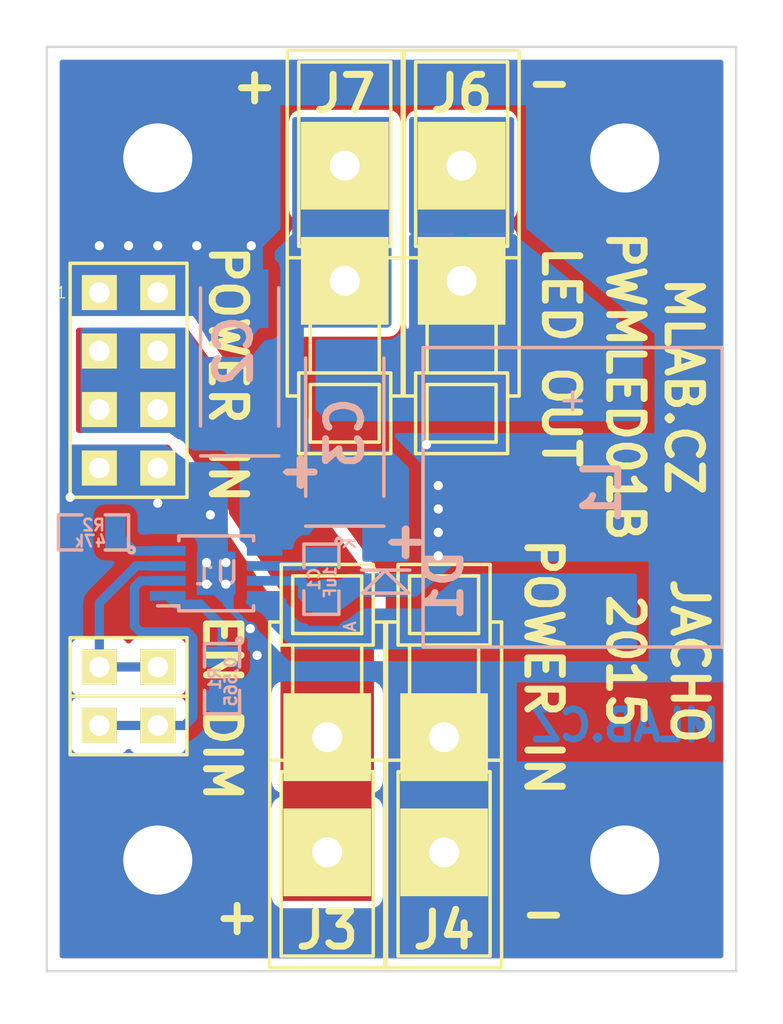
<source format=kicad_pcb>
(kicad_pcb (version 4) (host pcbnew "(2015-05-13 BZR 5653)-product")

  (general
    (links 41)
    (no_connects 0)
    (area 122.316429 64.77 156.718001 109.220001)
    (thickness 1.6)
    (drawings 18)
    (tracks 92)
    (zones 0)
    (modules 19)
    (nets 10)
  )

  (page A4)
  (layers
    (0 F.Cu signal)
    (31 B.Cu signal)
    (32 B.Adhes user)
    (33 F.Adhes user)
    (34 B.Paste user)
    (35 F.Paste user)
    (36 B.SilkS user)
    (37 F.SilkS user)
    (38 B.Mask user)
    (39 F.Mask user)
    (40 Dwgs.User user)
    (41 Cmts.User user)
    (42 Eco1.User user)
    (43 Eco2.User user)
    (44 Edge.Cuts user)
    (45 Margin user)
    (46 B.CrtYd user)
    (47 F.CrtYd user)
    (48 B.Fab user)
    (49 F.Fab user)
  )

  (setup
    (last_trace_width 0.25)
    (user_trace_width 0.2)
    (user_trace_width 0.3)
    (user_trace_width 0.4)
    (user_trace_width 0.5)
    (user_trace_width 0.6)
    (trace_clearance 0.2)
    (zone_clearance 0.508)
    (zone_45_only yes)
    (trace_min 0.2)
    (segment_width 0.2)
    (edge_width 0.1)
    (via_size 0.6)
    (via_drill 0.4)
    (via_min_size 0.4)
    (via_min_drill 0.3)
    (uvia_size 0.3)
    (uvia_drill 0.1)
    (uvias_allowed no)
    (uvia_min_size 0.2)
    (uvia_min_drill 0.1)
    (pcb_text_width 0.3)
    (pcb_text_size 1.5 1.5)
    (mod_edge_width 0.15)
    (mod_text_size 1 1)
    (mod_text_width 0.15)
    (pad_size 1.5 1.5)
    (pad_drill 0.6)
    (pad_to_mask_clearance 0)
    (aux_axis_origin 0 0)
    (visible_elements 7FFFFF7F)
    (pcbplotparams
      (layerselection 0x010e0_80000001)
      (usegerberextensions false)
      (excludeedgelayer true)
      (linewidth 0.300000)
      (plotframeref false)
      (viasonmask false)
      (mode 1)
      (useauxorigin false)
      (hpglpennumber 1)
      (hpglpenspeed 20)
      (hpglpendiameter 15)
      (hpglpenoverlay 2)
      (psnegative false)
      (psa4output false)
      (plotreference true)
      (plotvalue true)
      (plotinvisibletext false)
      (padsonsilk false)
      (subtractmaskfromsilk false)
      (outputformat 1)
      (mirror false)
      (drillshape 0)
      (scaleselection 1)
      (outputdirectory ../CAM_PROFI/))
  )

  (net 0 "")
  (net 1 "Net-(C1-Pad1)")
  (net 2 GND)
  (net 3 /+LED)
  (net 4 /-LED)
  (net 5 /DIM)
  (net 6 /EN)
  (net 7 "Net-(R1-Pad1)")
  (net 8 "Net-(R2-Pad1)")
  (net 9 "Net-(D1-Pad1)")

  (net_class Default "Toto je výchozí třída sítě."
    (clearance 0.2)
    (trace_width 0.25)
    (via_dia 0.6)
    (via_drill 0.4)
    (uvia_dia 0.3)
    (uvia_drill 0.1)
    (add_net /+LED)
    (add_net /-LED)
    (add_net /DIM)
    (add_net /EN)
    (add_net GND)
    (add_net "Net-(C1-Pad1)")
    (add_net "Net-(D1-Pad1)")
    (add_net "Net-(R1-Pad1)")
    (add_net "Net-(R2-Pad1)")
  )

  (module Mlab_R:SMD-0805 (layer B.Cu) (tedit 54799E0C) (tstamp 564C38EE)
    (at 136.652 89.916 270)
    (path /564C23E1)
    (attr smd)
    (fp_text reference C1 (at 0 0.3175 270) (layer B.SilkS)
      (effects (font (size 0.50038 0.50038) (thickness 0.10922)) (justify mirror))
    )
    (fp_text value 1uF (at 0.127 -0.381 270) (layer B.SilkS)
      (effects (font (size 0.50038 0.50038) (thickness 0.10922)) (justify mirror))
    )
    (fp_circle (center -1.651 -0.762) (end -1.651 -0.635) (layer B.SilkS) (width 0.15))
    (fp_line (start -0.508 -0.762) (end -1.524 -0.762) (layer B.SilkS) (width 0.15))
    (fp_line (start -1.524 -0.762) (end -1.524 0.762) (layer B.SilkS) (width 0.15))
    (fp_line (start -1.524 0.762) (end -0.508 0.762) (layer B.SilkS) (width 0.15))
    (fp_line (start 0.508 0.762) (end 1.524 0.762) (layer B.SilkS) (width 0.15))
    (fp_line (start 1.524 0.762) (end 1.524 -0.762) (layer B.SilkS) (width 0.15))
    (fp_line (start 1.524 -0.762) (end 0.508 -0.762) (layer B.SilkS) (width 0.15))
    (pad 1 smd rect (at -0.9525 0 270) (size 0.889 1.397) (layers B.Cu B.Paste B.Mask)
      (net 1 "Net-(C1-Pad1)"))
    (pad 2 smd rect (at 0.9525 0 270) (size 0.889 1.397) (layers B.Cu B.Paste B.Mask)
      (net 2 GND))
    (model MLAB_3D/Resistors/chip_cms.wrl
      (at (xyz 0 0 0))
      (scale (xyz 0.1 0.1 0.1))
      (rotate (xyz 0 0 0))
    )
  )

  (module Mlab_C:TantalC_SizeC_Reflow (layer B.Cu) (tedit 564C626B) (tstamp 564C38F4)
    (at 133.096 80.264 90)
    (descr "Tantal Cap. , Size C, EIA-6032, Reflow,")
    (tags "Tantal Cap. , Size C, EIA-6032, Reflow,")
    (path /564C5CF3)
    (attr smd)
    (fp_text reference C2 (at 0.254 -0.254 90) (layer B.SilkS)
      (effects (font (thickness 0.3048)) (justify mirror))
    )
    (fp_text value 4,7uF (at -0.09906 -3.59918 90) (layer B.SilkS) hide
      (effects (font (thickness 0.3048)) (justify mirror))
    )
    (fp_line (start -4.30022 1.69926) (end -4.30022 -1.69926) (layer B.SilkS) (width 0.15))
    (fp_line (start 2.99974 -1.69926) (end -2.99974 -1.69926) (layer B.SilkS) (width 0.15))
    (fp_line (start 2.99974 1.69926) (end -2.99974 1.69926) (layer B.SilkS) (width 0.15))
    (fp_text user + (at -4.99872 2.55016 90) (layer B.SilkS)
      (effects (font (thickness 0.3048)) (justify mirror))
    )
    (fp_line (start -5.00126 3.05308) (end -5.00126 1.95326) (layer B.SilkS) (width 0.15))
    (fp_line (start -5.6007 2.5527) (end -4.40182 2.5527) (layer B.SilkS) (width 0.15))
    (pad 2 smd rect (at 2.52476 0 90) (size 2.55016 2.49936) (layers B.Cu B.Paste B.Mask)
      (net 2 GND))
    (pad 1 smd rect (at -2.52476 0 90) (size 2.55016 2.49936) (layers B.Cu B.Paste B.Mask)
      (net 3 /+LED))
    (model MLAB_3D/Capacitors/c_tant_C.wrl
      (at (xyz 0 0 0))
      (scale (xyz 1 1 1))
      (rotate (xyz 0 0 180))
    )
  )

  (module Mlab_C:TantalC_SizeC_Reflow (layer B.Cu) (tedit 564C6262) (tstamp 564C38FA)
    (at 137.668 83.312 90)
    (descr "Tantal Cap. , Size C, EIA-6032, Reflow,")
    (tags "Tantal Cap. , Size C, EIA-6032, Reflow,")
    (path /564C245B)
    (attr smd)
    (fp_text reference C3 (at -0.254 0 90) (layer B.SilkS)
      (effects (font (thickness 0.3048)) (justify mirror))
    )
    (fp_text value 4,7uF (at -0.09906 -3.59918 90) (layer B.SilkS) hide
      (effects (font (thickness 0.3048)) (justify mirror))
    )
    (fp_line (start -4.30022 1.69926) (end -4.30022 -1.69926) (layer B.SilkS) (width 0.15))
    (fp_line (start 2.99974 -1.69926) (end -2.99974 -1.69926) (layer B.SilkS) (width 0.15))
    (fp_line (start 2.99974 1.69926) (end -2.99974 1.69926) (layer B.SilkS) (width 0.15))
    (fp_text user + (at -4.99872 2.55016 90) (layer B.SilkS)
      (effects (font (thickness 0.3048)) (justify mirror))
    )
    (fp_line (start -5.00126 3.05308) (end -5.00126 1.95326) (layer B.SilkS) (width 0.15))
    (fp_line (start -5.6007 2.5527) (end -4.40182 2.5527) (layer B.SilkS) (width 0.15))
    (pad 2 smd rect (at 2.52476 0 90) (size 2.55016 2.49936) (layers B.Cu B.Paste B.Mask)
      (net 4 /-LED))
    (pad 1 smd rect (at -2.52476 0 90) (size 2.55016 2.49936) (layers B.Cu B.Paste B.Mask)
      (net 3 /+LED))
    (model MLAB_3D/Capacitors/c_tant_C.wrl
      (at (xyz 0 0 0))
      (scale (xyz 1 1 1))
      (rotate (xyz 0 0 180))
    )
  )

  (module Mlab_D:Diode-MiniMELF_Standard (layer B.Cu) (tedit 547999ED) (tstamp 564C3900)
    (at 139.446 90.17 90)
    (descr "Diode Mini-MELF Standard")
    (tags "Diode Mini-MELF Standard")
    (path /565F4596)
    (attr smd)
    (fp_text reference D1 (at 0 2.54 90) (layer B.SilkS)
      (effects (font (thickness 0.3048)) (justify mirror))
    )
    (fp_text value TMMBAT48 (at 0 -3.81 90) (layer B.SilkS) hide
      (effects (font (thickness 0.3048)) (justify mirror))
    )
    (fp_line (start 0.65024 -0.0508) (end -0.35052 1.00076) (layer B.SilkS) (width 0.15))
    (fp_line (start -0.35052 1.00076) (end -0.35052 -1.00076) (layer B.SilkS) (width 0.15))
    (fp_line (start -0.35052 -1.00076) (end 0.65024 0) (layer B.SilkS) (width 0.15))
    (fp_line (start 0.65024 1.04902) (end 0.65024 -1.04902) (layer B.SilkS) (width 0.15))
    (fp_text user A (at -1.80086 -1.5494 90) (layer B.SilkS)
      (effects (font (size 0.50038 0.50038) (thickness 0.09906)) (justify mirror))
    )
    (fp_text user K (at 1.80086 -1.5494 90) (layer B.SilkS)
      (effects (font (size 0.50038 0.50038) (thickness 0.09906)) (justify mirror))
    )
    (fp_circle (center 0 0) (end 0 -0.55118) (layer B.Adhes) (width 0.381))
    (fp_circle (center 0 0) (end 0 -0.20066) (layer B.Adhes) (width 0.381))
    (pad 1 smd rect (at -1.75006 0 90) (size 1.30048 1.69926) (layers B.Cu B.Paste B.Mask)
      (net 9 "Net-(D1-Pad1)"))
    (pad 2 smd rect (at 1.75006 0 90) (size 1.30048 1.69926) (layers B.Cu B.Paste B.Mask)
      (net 3 /+LED))
    (model MLAB_3D/Diodes/MiniMELF_DO213AA.wrl
      (at (xyz 0 0 0))
      (scale (xyz 0.3937 0.3937 0.3937))
      (rotate (xyz 0 0 0))
    )
  )

  (module Mlab_Pin_Headers:Straight_1x02 (layer F.Cu) (tedit 564C5FE2) (tstamp 564C3906)
    (at 128.27 96.266 90)
    (descr "pin header straight 1x02")
    (tags "pin header straight 1x02")
    (path /564C6381)
    (fp_text reference J1 (at 0 -3.81 90) (layer F.SilkS) hide
      (effects (font (size 1.5 1.5) (thickness 0.15)))
    )
    (fp_text value JUMP_2x1 (at 0 3.81 90) (layer F.SilkS) hide
      (effects (font (size 1.5 1.5) (thickness 0.15)))
    )
    (fp_text user 1 (at -1.651 -1.27 90) (layer F.SilkS) hide
      (effects (font (size 0.5 0.5) (thickness 0.05)))
    )
    (fp_line (start -1.27 -2.54) (end 1.27 -2.54) (layer F.SilkS) (width 0.15))
    (fp_line (start 1.27 -2.54) (end 1.27 2.54) (layer F.SilkS) (width 0.15))
    (fp_line (start 1.27 2.54) (end -1.27 2.54) (layer F.SilkS) (width 0.15))
    (fp_line (start -1.27 2.54) (end -1.27 -2.54) (layer F.SilkS) (width 0.15))
    (pad 2 thru_hole rect (at 0 1.27 90) (size 1.524 1.524) (drill 0.889) (layers *.Cu *.Mask F.SilkS)
      (net 5 /DIM))
    (pad 1 thru_hole rect (at 0 -1.27 90) (size 1.524 1.524) (drill 0.889) (layers *.Cu *.Mask F.SilkS)
      (net 5 /DIM))
    (model Pin_Headers/Pin_Header_Straight_1x02.wrl
      (at (xyz 0 0 0))
      (scale (xyz 1 1 1))
      (rotate (xyz 0 0 90))
    )
  )

  (module Mlab_Pin_Headers:Straight_1x02 (layer F.Cu) (tedit 5535DB0D) (tstamp 564C390C)
    (at 128.27 93.726 90)
    (descr "pin header straight 1x02")
    (tags "pin header straight 1x02")
    (path /564C66D6)
    (fp_text reference J2 (at 0 -3.81 90) (layer F.SilkS) hide
      (effects (font (size 1.5 1.5) (thickness 0.15)))
    )
    (fp_text value JUMP_2x1 (at 0 3.81 90) (layer F.SilkS) hide
      (effects (font (size 1.5 1.5) (thickness 0.15)))
    )
    (fp_text user 1 (at -1.651 -1.27 90) (layer F.SilkS) hide
      (effects (font (size 0.5 0.5) (thickness 0.05)))
    )
    (fp_line (start -1.27 -2.54) (end 1.27 -2.54) (layer F.SilkS) (width 0.15))
    (fp_line (start 1.27 -2.54) (end 1.27 2.54) (layer F.SilkS) (width 0.15))
    (fp_line (start 1.27 2.54) (end -1.27 2.54) (layer F.SilkS) (width 0.15))
    (fp_line (start -1.27 2.54) (end -1.27 -2.54) (layer F.SilkS) (width 0.15))
    (pad 2 thru_hole rect (at 0 1.27 90) (size 1.524 1.524) (drill 0.889) (layers *.Cu *.Mask F.SilkS)
      (net 6 /EN))
    (pad 1 thru_hole rect (at 0 -1.27 90) (size 1.524 1.524) (drill 0.889) (layers *.Cu *.Mask F.SilkS)
      (net 6 /EN))
    (model Pin_Headers/Pin_Header_Straight_1x02.wrl
      (at (xyz 0 0 0))
      (scale (xyz 1 1 1))
      (rotate (xyz 0 0 90))
    )
  )

  (module Mlab_Con:WAGO256 (layer F.Cu) (tedit 564C6033) (tstamp 564C3912)
    (at 136.906 99.314 90)
    (descr "WAGO-Series 236, 2Stift, 1pol, RM 5mm,")
    (tags "WAGO-Series 236, 2Stift, 1pol, RM 5mm, Anreibare Leiterplattenklemme")
    (path /564C46DC)
    (fp_text reference J3 (at -5.842 0 360) (layer F.SilkS)
      (effects (font (thickness 0.3048)))
    )
    (fp_text value WAGO256 (at 0.254 4.064 90) (layer F.SilkS) hide
      (effects (font (thickness 0.3048)))
    )
    (fp_line (start 7.54 2.5) (end 7.54 2) (layer F.SilkS) (width 0.15))
    (fp_line (start 7.54 -2) (end 7.54 -2.5) (layer F.SilkS) (width 0.15))
    (fp_line (start 1.54 2.5001) (end 1.54 -2.5001) (layer F.SilkS) (width 0.15))
    (fp_line (start -7.46 2.5001) (end -7.46 -2.5001) (layer F.SilkS) (width 0.15))
    (fp_line (start 9.54 1.501) (end 9.54 -1.501) (layer F.SilkS) (width 0.15))
    (fp_line (start 7.0401 1.501) (end 7.0401 -1.501) (layer F.SilkS) (width 0.15))
    (fp_line (start 10.0401 -2) (end 10.0401 2) (layer F.SilkS) (width 0.15))
    (fp_line (start 6.54 -2) (end 6.54 2) (layer F.SilkS) (width 0.15))
    (fp_line (start 3.54 1.5001) (end 3.54 -1.5001) (layer F.SilkS) (width 0.15))
    (fp_line (start 1.0399 -2) (end 1.0399 2) (layer F.SilkS) (width 0.15))
    (fp_line (start -6.9601 2) (end -6.9601 -2) (layer F.SilkS) (width 0.15))
    (fp_line (start 1.0399 1) (end 1.54 1) (layer F.SilkS) (width 0.15))
    (fp_line (start 7.0401 1.5) (end 9.54 1.5) (layer F.SilkS) (width 0.15))
    (fp_line (start 6.54 2) (end 10.0401 2) (layer F.SilkS) (width 0.15))
    (fp_line (start 1.0399 -1) (end 1.54 -1) (layer F.SilkS) (width 0.15))
    (fp_line (start 7.0401 -1.5) (end 9.54 -1.5) (layer F.SilkS) (width 0.15))
    (fp_line (start 6.54 -2) (end 10.041 -2) (layer F.SilkS) (width 0.15))
    (fp_line (start 3.54 1.5) (end 6.54 1.5) (layer F.SilkS) (width 0.15))
    (fp_line (start -6.9601 2) (end 1.0399 2) (layer F.SilkS) (width 0.15))
    (fp_line (start 1.54 2.5) (end 7.54 2.5) (layer F.SilkS) (width 0.15))
    (fp_line (start 3.54 -1.5) (end 6.54 -1.5) (layer F.SilkS) (width 0.15))
    (fp_line (start -6.9601 -2) (end 1.0399 -2) (layer F.SilkS) (width 0.15))
    (fp_line (start 1.54 -2.5) (end 7.54 -2.5) (layer F.SilkS) (width 0.15))
    (fp_line (start 1.54 2.5) (end -7.46 2.5) (layer F.SilkS) (width 0.15))
    (fp_line (start -7.46 -2.5) (end 1.54 -2.5) (layer F.SilkS) (width 0.15))
    (pad 1 thru_hole rect (at -2.46 0 180) (size 3.81 3.81) (drill 1.3) (layers *.Cu *.Mask F.SilkS)
      (net 3 /+LED))
    (pad 1 thru_hole rect (at 2.54 0 180) (size 3.81 3.81) (drill 1.3) (layers *.Cu *.Mask F.SilkS)
      (net 3 /+LED))
  )

  (module Mlab_Con:WAGO256 (layer F.Cu) (tedit 564C6037) (tstamp 564C3918)
    (at 141.986 99.314 90)
    (descr "WAGO-Series 236, 2Stift, 1pol, RM 5mm,")
    (tags "WAGO-Series 236, 2Stift, 1pol, RM 5mm, Anreibare Leiterplattenklemme")
    (path /564C45D7)
    (fp_text reference J4 (at -5.842 0 180) (layer F.SilkS)
      (effects (font (thickness 0.3048)))
    )
    (fp_text value WAGO256 (at 0.254 4.064 90) (layer F.SilkS) hide
      (effects (font (thickness 0.3048)))
    )
    (fp_line (start 7.54 2.5) (end 7.54 2) (layer F.SilkS) (width 0.15))
    (fp_line (start 7.54 -2) (end 7.54 -2.5) (layer F.SilkS) (width 0.15))
    (fp_line (start 1.54 2.5001) (end 1.54 -2.5001) (layer F.SilkS) (width 0.15))
    (fp_line (start -7.46 2.5001) (end -7.46 -2.5001) (layer F.SilkS) (width 0.15))
    (fp_line (start 9.54 1.501) (end 9.54 -1.501) (layer F.SilkS) (width 0.15))
    (fp_line (start 7.0401 1.501) (end 7.0401 -1.501) (layer F.SilkS) (width 0.15))
    (fp_line (start 10.0401 -2) (end 10.0401 2) (layer F.SilkS) (width 0.15))
    (fp_line (start 6.54 -2) (end 6.54 2) (layer F.SilkS) (width 0.15))
    (fp_line (start 3.54 1.5001) (end 3.54 -1.5001) (layer F.SilkS) (width 0.15))
    (fp_line (start 1.0399 -2) (end 1.0399 2) (layer F.SilkS) (width 0.15))
    (fp_line (start -6.9601 2) (end -6.9601 -2) (layer F.SilkS) (width 0.15))
    (fp_line (start 1.0399 1) (end 1.54 1) (layer F.SilkS) (width 0.15))
    (fp_line (start 7.0401 1.5) (end 9.54 1.5) (layer F.SilkS) (width 0.15))
    (fp_line (start 6.54 2) (end 10.0401 2) (layer F.SilkS) (width 0.15))
    (fp_line (start 1.0399 -1) (end 1.54 -1) (layer F.SilkS) (width 0.15))
    (fp_line (start 7.0401 -1.5) (end 9.54 -1.5) (layer F.SilkS) (width 0.15))
    (fp_line (start 6.54 -2) (end 10.041 -2) (layer F.SilkS) (width 0.15))
    (fp_line (start 3.54 1.5) (end 6.54 1.5) (layer F.SilkS) (width 0.15))
    (fp_line (start -6.9601 2) (end 1.0399 2) (layer F.SilkS) (width 0.15))
    (fp_line (start 1.54 2.5) (end 7.54 2.5) (layer F.SilkS) (width 0.15))
    (fp_line (start 3.54 -1.5) (end 6.54 -1.5) (layer F.SilkS) (width 0.15))
    (fp_line (start -6.9601 -2) (end 1.0399 -2) (layer F.SilkS) (width 0.15))
    (fp_line (start 1.54 -2.5) (end 7.54 -2.5) (layer F.SilkS) (width 0.15))
    (fp_line (start 1.54 2.5) (end -7.46 2.5) (layer F.SilkS) (width 0.15))
    (fp_line (start -7.46 -2.5) (end 1.54 -2.5) (layer F.SilkS) (width 0.15))
    (pad 1 thru_hole rect (at -2.46 0 180) (size 3.81 3.81) (drill 1.3) (layers *.Cu *.Mask F.SilkS)
      (net 2 GND))
    (pad 1 thru_hole rect (at 2.54 0 180) (size 3.81 3.81) (drill 1.3) (layers *.Cu *.Mask F.SilkS)
      (net 2 GND))
  )

  (module Mlab_Pin_Headers:Straight_2x04 (layer F.Cu) (tedit 5535DB57) (tstamp 564C3924)
    (at 128.27 81.28)
    (descr "pin header straight 2x04")
    (tags "pin header straight 2x04")
    (path /564C472F)
    (fp_text reference J5 (at 0 -6.35) (layer F.SilkS) hide
      (effects (font (size 1.5 1.5) (thickness 0.15)))
    )
    (fp_text value JUMP_4X2 (at 0 6.35) (layer F.SilkS) hide
      (effects (font (size 1.5 1.5) (thickness 0.15)))
    )
    (fp_text user 1 (at -2.921 -3.81) (layer F.SilkS)
      (effects (font (size 0.5 0.5) (thickness 0.05)))
    )
    (fp_line (start -2.54 -5.08) (end 2.54 -5.08) (layer F.SilkS) (width 0.15))
    (fp_line (start 2.54 -5.08) (end 2.54 5.08) (layer F.SilkS) (width 0.15))
    (fp_line (start 2.54 5.08) (end -2.54 5.08) (layer F.SilkS) (width 0.15))
    (fp_line (start -2.54 5.08) (end -2.54 -5.08) (layer F.SilkS) (width 0.15))
    (pad 1 thru_hole rect (at -1.27 -3.81) (size 1.524 1.524) (drill 0.889) (layers *.Cu *.Mask F.SilkS)
      (net 2 GND))
    (pad 2 thru_hole rect (at 1.27 -3.81) (size 1.524 1.524) (drill 0.889) (layers *.Cu *.Mask F.SilkS)
      (net 2 GND))
    (pad 3 thru_hole rect (at -1.27 -1.27) (size 1.524 1.524) (drill 0.889) (layers *.Cu *.Mask F.SilkS)
      (net 3 /+LED))
    (pad 4 thru_hole rect (at 1.27 -1.27) (size 1.524 1.524) (drill 0.889) (layers *.Cu *.Mask F.SilkS)
      (net 3 /+LED))
    (pad 5 thru_hole rect (at -1.27 1.27) (size 1.524 1.524) (drill 0.889) (layers *.Cu *.Mask F.SilkS)
      (net 3 /+LED))
    (pad 6 thru_hole rect (at 1.27 1.27) (size 1.524 1.524) (drill 0.889) (layers *.Cu *.Mask F.SilkS)
      (net 3 /+LED))
    (pad 7 thru_hole rect (at -1.27 3.81) (size 1.524 1.524) (drill 0.889) (layers *.Cu *.Mask F.SilkS)
      (net 2 GND))
    (pad 8 thru_hole rect (at 1.27 3.81) (size 1.524 1.524) (drill 0.889) (layers *.Cu *.Mask F.SilkS)
      (net 2 GND))
    (model Pin_Headers/Pin_Header_Straight_2x04.wrl
      (at (xyz 0 0 0))
      (scale (xyz 1 1 1))
      (rotate (xyz 0 0 90))
    )
  )

  (module Mlab_Con:WAGO256 (layer F.Cu) (tedit 564C6021) (tstamp 564C392A)
    (at 142.748 74.422 270)
    (descr "WAGO-Series 236, 2Stift, 1pol, RM 5mm,")
    (tags "WAGO-Series 236, 2Stift, 1pol, RM 5mm, Anreibare Leiterplattenklemme")
    (path /564C6DCF)
    (fp_text reference J6 (at -5.588 0 540) (layer F.SilkS)
      (effects (font (thickness 0.3048)))
    )
    (fp_text value WAGO256 (at 0.254 4.064 270) (layer F.SilkS) hide
      (effects (font (thickness 0.3048)))
    )
    (fp_line (start 7.54 2.5) (end 7.54 2) (layer F.SilkS) (width 0.15))
    (fp_line (start 7.54 -2) (end 7.54 -2.5) (layer F.SilkS) (width 0.15))
    (fp_line (start 1.54 2.5001) (end 1.54 -2.5001) (layer F.SilkS) (width 0.15))
    (fp_line (start -7.46 2.5001) (end -7.46 -2.5001) (layer F.SilkS) (width 0.15))
    (fp_line (start 9.54 1.501) (end 9.54 -1.501) (layer F.SilkS) (width 0.15))
    (fp_line (start 7.0401 1.501) (end 7.0401 -1.501) (layer F.SilkS) (width 0.15))
    (fp_line (start 10.0401 -2) (end 10.0401 2) (layer F.SilkS) (width 0.15))
    (fp_line (start 6.54 -2) (end 6.54 2) (layer F.SilkS) (width 0.15))
    (fp_line (start 3.54 1.5001) (end 3.54 -1.5001) (layer F.SilkS) (width 0.15))
    (fp_line (start 1.0399 -2) (end 1.0399 2) (layer F.SilkS) (width 0.15))
    (fp_line (start -6.9601 2) (end -6.9601 -2) (layer F.SilkS) (width 0.15))
    (fp_line (start 1.0399 1) (end 1.54 1) (layer F.SilkS) (width 0.15))
    (fp_line (start 7.0401 1.5) (end 9.54 1.5) (layer F.SilkS) (width 0.15))
    (fp_line (start 6.54 2) (end 10.0401 2) (layer F.SilkS) (width 0.15))
    (fp_line (start 1.0399 -1) (end 1.54 -1) (layer F.SilkS) (width 0.15))
    (fp_line (start 7.0401 -1.5) (end 9.54 -1.5) (layer F.SilkS) (width 0.15))
    (fp_line (start 6.54 -2) (end 10.041 -2) (layer F.SilkS) (width 0.15))
    (fp_line (start 3.54 1.5) (end 6.54 1.5) (layer F.SilkS) (width 0.15))
    (fp_line (start -6.9601 2) (end 1.0399 2) (layer F.SilkS) (width 0.15))
    (fp_line (start 1.54 2.5) (end 7.54 2.5) (layer F.SilkS) (width 0.15))
    (fp_line (start 3.54 -1.5) (end 6.54 -1.5) (layer F.SilkS) (width 0.15))
    (fp_line (start -6.9601 -2) (end 1.0399 -2) (layer F.SilkS) (width 0.15))
    (fp_line (start 1.54 -2.5) (end 7.54 -2.5) (layer F.SilkS) (width 0.15))
    (fp_line (start 1.54 2.5) (end -7.46 2.5) (layer F.SilkS) (width 0.15))
    (fp_line (start -7.46 -2.5) (end 1.54 -2.5) (layer F.SilkS) (width 0.15))
    (pad 1 thru_hole rect (at -2.46 0) (size 3.81 3.81) (drill 1.3) (layers *.Cu *.Mask F.SilkS)
      (net 4 /-LED))
    (pad 1 thru_hole rect (at 2.54 0) (size 3.81 3.81) (drill 1.3) (layers *.Cu *.Mask F.SilkS)
      (net 4 /-LED))
  )

  (module Mlab_Con:WAGO256 (layer F.Cu) (tedit 564C6017) (tstamp 564C3930)
    (at 137.668 74.422 270)
    (descr "WAGO-Series 236, 2Stift, 1pol, RM 5mm,")
    (tags "WAGO-Series 236, 2Stift, 1pol, RM 5mm, Anreibare Leiterplattenklemme")
    (path /564C7D80)
    (fp_text reference J7 (at -5.588 0 360) (layer F.SilkS)
      (effects (font (thickness 0.3048)))
    )
    (fp_text value WAGO256 (at 0.254 4.064 270) (layer F.SilkS) hide
      (effects (font (thickness 0.3048)))
    )
    (fp_line (start 7.54 2.5) (end 7.54 2) (layer F.SilkS) (width 0.15))
    (fp_line (start 7.54 -2) (end 7.54 -2.5) (layer F.SilkS) (width 0.15))
    (fp_line (start 1.54 2.5001) (end 1.54 -2.5001) (layer F.SilkS) (width 0.15))
    (fp_line (start -7.46 2.5001) (end -7.46 -2.5001) (layer F.SilkS) (width 0.15))
    (fp_line (start 9.54 1.501) (end 9.54 -1.501) (layer F.SilkS) (width 0.15))
    (fp_line (start 7.0401 1.501) (end 7.0401 -1.501) (layer F.SilkS) (width 0.15))
    (fp_line (start 10.0401 -2) (end 10.0401 2) (layer F.SilkS) (width 0.15))
    (fp_line (start 6.54 -2) (end 6.54 2) (layer F.SilkS) (width 0.15))
    (fp_line (start 3.54 1.5001) (end 3.54 -1.5001) (layer F.SilkS) (width 0.15))
    (fp_line (start 1.0399 -2) (end 1.0399 2) (layer F.SilkS) (width 0.15))
    (fp_line (start -6.9601 2) (end -6.9601 -2) (layer F.SilkS) (width 0.15))
    (fp_line (start 1.0399 1) (end 1.54 1) (layer F.SilkS) (width 0.15))
    (fp_line (start 7.0401 1.5) (end 9.54 1.5) (layer F.SilkS) (width 0.15))
    (fp_line (start 6.54 2) (end 10.0401 2) (layer F.SilkS) (width 0.15))
    (fp_line (start 1.0399 -1) (end 1.54 -1) (layer F.SilkS) (width 0.15))
    (fp_line (start 7.0401 -1.5) (end 9.54 -1.5) (layer F.SilkS) (width 0.15))
    (fp_line (start 6.54 -2) (end 10.041 -2) (layer F.SilkS) (width 0.15))
    (fp_line (start 3.54 1.5) (end 6.54 1.5) (layer F.SilkS) (width 0.15))
    (fp_line (start -6.9601 2) (end 1.0399 2) (layer F.SilkS) (width 0.15))
    (fp_line (start 1.54 2.5) (end 7.54 2.5) (layer F.SilkS) (width 0.15))
    (fp_line (start 3.54 -1.5) (end 6.54 -1.5) (layer F.SilkS) (width 0.15))
    (fp_line (start -6.9601 -2) (end 1.0399 -2) (layer F.SilkS) (width 0.15))
    (fp_line (start 1.54 -2.5) (end 7.54 -2.5) (layer F.SilkS) (width 0.15))
    (fp_line (start 1.54 2.5) (end -7.46 2.5) (layer F.SilkS) (width 0.15))
    (fp_line (start -7.46 -2.5) (end 1.54 -2.5) (layer F.SilkS) (width 0.15))
    (pad 1 thru_hole rect (at -2.46 0) (size 3.81 3.81) (drill 1.3) (layers *.Cu *.Mask F.SilkS)
      (net 3 /+LED))
    (pad 1 thru_hole rect (at 2.54 0) (size 3.81 3.81) (drill 1.3) (layers *.Cu *.Mask F.SilkS)
      (net 3 /+LED))
  )

  (module Mlab_L:DE1205-10 (layer B.Cu) (tedit 564C61C4) (tstamp 564C3936)
    (at 147.574 86.36 90)
    (descr "SMT capacitor, aluminium electrolytic, 10x10.5")
    (path /564C22DA)
    (fp_text reference L1 (at 0.254 1.27 90) (layer B.SilkS)
      (effects (font (thickness 0.3048)) (justify mirror))
    )
    (fp_text value "DE1207-22 (22uH)" (at 0 -5.842 90) (layer B.SilkS) hide
      (effects (font (size 0.50038 0.50038) (thickness 0.11938)) (justify mirror))
    )
    (fp_line (start -6.5 6.5) (end -6.5 -6.5) (layer B.SilkS) (width 0.15))
    (fp_line (start -6.5 -6.5) (end 6.5 -6.5) (layer B.SilkS) (width 0.15))
    (fp_line (start 6.5 -6.5) (end 6.5 6.5) (layer B.SilkS) (width 0.15))
    (fp_line (start 6.5 6.5) (end -6.5 6.5) (layer B.SilkS) (width 0.15))
    (fp_line (start 4.572 0) (end 3.81 0) (layer B.SilkS) (width 0.15))
    (fp_line (start 4.191 0.381) (end 4.191 -0.381) (layer B.SilkS) (width 0.15))
    (pad 1 smd rect (at 5 0 90) (size 3 5.5) (layers B.Cu B.Paste B.Mask)
      (net 4 /-LED))
    (pad 2 smd rect (at -5 0 90) (size 3 5.5) (layers B.Cu B.Paste B.Mask)
      (net 9 "Net-(D1-Pad1)"))
    (model Capacitors_SMD/c_elec_10x10_5.wrl
      (at (xyz 0 0 0))
      (scale (xyz 1 1 1))
      (rotate (xyz 0 0 0))
    )
  )

  (module Mlab_Mechanical:MountingHole_3mm placed (layer F.Cu) (tedit 5535DB2C) (tstamp 564C393B)
    (at 149.84 102.108)
    (descr "Mounting hole, Befestigungsbohrung, 3mm, No Annular, Kein Restring,")
    (tags "Mounting hole, Befestigungsbohrung, 3mm, No Annular, Kein Restring,")
    (path /564C252E)
    (fp_text reference P1 (at 0 -4.191) (layer F.SilkS) hide
      (effects (font (thickness 0.3048)))
    )
    (fp_text value M3 (at 0 4.191) (layer F.SilkS) hide
      (effects (font (thickness 0.3048)))
    )
    (fp_circle (center 0 0) (end 2.99974 0) (layer Cmts.User) (width 0.381))
    (pad 1 thru_hole circle (at 0 0) (size 6 6) (drill 3) (layers *.Cu *.Adhes *.Mask)
      (net 2 GND) (clearance 1) (zone_connect 2))
  )

  (module Mlab_Mechanical:MountingHole_3mm placed (layer F.Cu) (tedit 5535DB2C) (tstamp 564C3940)
    (at 149.84 71.628)
    (descr "Mounting hole, Befestigungsbohrung, 3mm, No Annular, Kein Restring,")
    (tags "Mounting hole, Befestigungsbohrung, 3mm, No Annular, Kein Restring,")
    (path /564CD7AE)
    (fp_text reference P2 (at 0 -4.191) (layer F.SilkS) hide
      (effects (font (thickness 0.3048)))
    )
    (fp_text value M3 (at 0 4.191) (layer F.SilkS) hide
      (effects (font (thickness 0.3048)))
    )
    (fp_circle (center 0 0) (end 2.99974 0) (layer Cmts.User) (width 0.381))
    (pad 1 thru_hole circle (at 0 0) (size 6 6) (drill 3) (layers *.Cu *.Adhes *.Mask)
      (net 2 GND) (clearance 1) (zone_connect 2))
  )

  (module Mlab_Mechanical:MountingHole_3mm placed (layer F.Cu) (tedit 5535DB2C) (tstamp 564C3945)
    (at 129.54 71.628)
    (descr "Mounting hole, Befestigungsbohrung, 3mm, No Annular, Kein Restring,")
    (tags "Mounting hole, Befestigungsbohrung, 3mm, No Annular, Kein Restring,")
    (path /564CD84E)
    (fp_text reference P3 (at 0 -4.191) (layer F.SilkS) hide
      (effects (font (thickness 0.3048)))
    )
    (fp_text value M3 (at 0 4.191) (layer F.SilkS) hide
      (effects (font (thickness 0.3048)))
    )
    (fp_circle (center 0 0) (end 2.99974 0) (layer Cmts.User) (width 0.381))
    (pad 1 thru_hole circle (at 0 0) (size 6 6) (drill 3) (layers *.Cu *.Adhes *.Mask)
      (net 2 GND) (clearance 1) (zone_connect 2))
  )

  (module Mlab_Mechanical:MountingHole_3mm placed (layer F.Cu) (tedit 5535DB2C) (tstamp 564C394A)
    (at 129.54 102.108)
    (descr "Mounting hole, Befestigungsbohrung, 3mm, No Annular, Kein Restring,")
    (tags "Mounting hole, Befestigungsbohrung, 3mm, No Annular, Kein Restring,")
    (path /564CD8D0)
    (fp_text reference P4 (at 0 -4.191) (layer F.SilkS) hide
      (effects (font (thickness 0.3048)))
    )
    (fp_text value M3 (at 0 4.191) (layer F.SilkS) hide
      (effects (font (thickness 0.3048)))
    )
    (fp_circle (center 0 0) (end 2.99974 0) (layer Cmts.User) (width 0.381))
    (pad 1 thru_hole circle (at 0 0) (size 6 6) (drill 3) (layers *.Cu *.Adhes *.Mask)
      (net 2 GND) (clearance 1) (zone_connect 2))
  )

  (module Mlab_R:SMD-0805 (layer B.Cu) (tedit 54799E0C) (tstamp 564C3950)
    (at 132.334 94.234 270)
    (path /564C2218)
    (attr smd)
    (fp_text reference R1 (at 0 0.3175 270) (layer B.SilkS)
      (effects (font (size 0.50038 0.50038) (thickness 0.10922)) (justify mirror))
    )
    (fp_text value 0,565 (at 0.127 -0.381 270) (layer B.SilkS)
      (effects (font (size 0.50038 0.50038) (thickness 0.10922)) (justify mirror))
    )
    (fp_circle (center -1.651 -0.762) (end -1.651 -0.635) (layer B.SilkS) (width 0.15))
    (fp_line (start -0.508 -0.762) (end -1.524 -0.762) (layer B.SilkS) (width 0.15))
    (fp_line (start -1.524 -0.762) (end -1.524 0.762) (layer B.SilkS) (width 0.15))
    (fp_line (start -1.524 0.762) (end -0.508 0.762) (layer B.SilkS) (width 0.15))
    (fp_line (start 0.508 0.762) (end 1.524 0.762) (layer B.SilkS) (width 0.15))
    (fp_line (start 1.524 0.762) (end 1.524 -0.762) (layer B.SilkS) (width 0.15))
    (fp_line (start 1.524 -0.762) (end 0.508 -0.762) (layer B.SilkS) (width 0.15))
    (pad 1 smd rect (at -0.9525 0 270) (size 0.889 1.397) (layers B.Cu B.Paste B.Mask)
      (net 7 "Net-(R1-Pad1)"))
    (pad 2 smd rect (at 0.9525 0 270) (size 0.889 1.397) (layers B.Cu B.Paste B.Mask)
      (net 2 GND))
    (model MLAB_3D/Resistors/chip_cms.wrl
      (at (xyz 0 0 0))
      (scale (xyz 0.1 0.1 0.1))
      (rotate (xyz 0 0 0))
    )
  )

  (module Mlab_R:SMD-0805 (layer B.Cu) (tedit 54799E0C) (tstamp 564C3956)
    (at 126.746 87.884 180)
    (path /564C555E)
    (attr smd)
    (fp_text reference R2 (at 0 0.3175 180) (layer B.SilkS)
      (effects (font (size 0.50038 0.50038) (thickness 0.10922)) (justify mirror))
    )
    (fp_text value 47k (at 0.127 -0.381 180) (layer B.SilkS)
      (effects (font (size 0.50038 0.50038) (thickness 0.10922)) (justify mirror))
    )
    (fp_circle (center -1.651 -0.762) (end -1.651 -0.635) (layer B.SilkS) (width 0.15))
    (fp_line (start -0.508 -0.762) (end -1.524 -0.762) (layer B.SilkS) (width 0.15))
    (fp_line (start -1.524 -0.762) (end -1.524 0.762) (layer B.SilkS) (width 0.15))
    (fp_line (start -1.524 0.762) (end -0.508 0.762) (layer B.SilkS) (width 0.15))
    (fp_line (start 0.508 0.762) (end 1.524 0.762) (layer B.SilkS) (width 0.15))
    (fp_line (start 1.524 0.762) (end 1.524 -0.762) (layer B.SilkS) (width 0.15))
    (fp_line (start 1.524 -0.762) (end 0.508 -0.762) (layer B.SilkS) (width 0.15))
    (pad 1 smd rect (at -0.9525 0 180) (size 0.889 1.397) (layers B.Cu B.Paste B.Mask)
      (net 8 "Net-(R2-Pad1)"))
    (pad 2 smd rect (at 0.9525 0 180) (size 0.889 1.397) (layers B.Cu B.Paste B.Mask)
      (net 2 GND))
    (model MLAB_3D/Resistors/chip_cms.wrl
      (at (xyz 0 0 0))
      (scale (xyz 0.1 0.1 0.1))
      (rotate (xyz 0 0 0))
    )
  )

  (module Mlab_IO:MSOP-8-1EP_3x3mm_Pitch0.65mm placed (layer B.Cu) (tedit 564C617D) (tstamp 564C3966)
    (at 132.08 89.662)
    (descr "MS8E Package; 8-Lead Plastic MSOP, Exposed Die Pad (see Linear Technology 05081662_K_MS8E.pdf)")
    (tags "SSOP 0.65")
    (path /564C4B7F)
    (attr smd)
    (fp_text reference U1 (at 0 0) (layer B.SilkS)
      (effects (font (size 1 1) (thickness 0.15)) (justify mirror))
    )
    (fp_text value LM3407 (at 0 -2.55) (layer B.Fab) hide
      (effects (font (size 1 1) (thickness 0.15)) (justify mirror))
    )
    (fp_line (start -2.8 1.8) (end -2.8 -1.8) (layer B.CrtYd) (width 0.05))
    (fp_line (start 2.8 1.8) (end 2.8 -1.8) (layer B.CrtYd) (width 0.05))
    (fp_line (start -2.8 1.8) (end 2.8 1.8) (layer B.CrtYd) (width 0.05))
    (fp_line (start -2.8 -1.8) (end 2.8 -1.8) (layer B.CrtYd) (width 0.05))
    (fp_line (start -1.625 1.625) (end -1.625 1.41) (layer B.SilkS) (width 0.15))
    (fp_line (start 1.625 1.625) (end 1.625 1.41) (layer B.SilkS) (width 0.15))
    (fp_line (start 1.625 -1.625) (end 1.625 -1.41) (layer B.SilkS) (width 0.15))
    (fp_line (start -1.625 -1.625) (end -1.625 -1.41) (layer B.SilkS) (width 0.15))
    (fp_line (start -1.625 1.625) (end 1.625 1.625) (layer B.SilkS) (width 0.15))
    (fp_line (start -1.625 -1.625) (end 1.625 -1.625) (layer B.SilkS) (width 0.15))
    (fp_line (start -1.625 1.41) (end -2.55 1.41) (layer B.SilkS) (width 0.15))
    (pad 1 smd rect (at -2.105 0.975) (size 1.55 0.42) (layers B.Cu B.Paste B.Mask)
      (net 7 "Net-(R1-Pad1)"))
    (pad 2 smd rect (at -2.105 0.325) (size 1.55 0.42) (layers B.Cu B.Paste B.Mask)
      (net 5 /DIM))
    (pad 3 smd rect (at -2.105 -0.325) (size 1.55 0.42) (layers B.Cu B.Paste B.Mask)
      (net 6 /EN))
    (pad 4 smd rect (at -2.105 -0.975) (size 1.55 0.42) (layers B.Cu B.Paste B.Mask)
      (net 8 "Net-(R2-Pad1)"))
    (pad 5 smd rect (at 2.105 -0.975) (size 1.55 0.42) (layers B.Cu B.Paste B.Mask)
      (net 3 /+LED))
    (pad 6 smd rect (at 2.105 -0.325) (size 1.55 0.42) (layers B.Cu B.Paste B.Mask)
      (net 1 "Net-(C1-Pad1)"))
    (pad 7 smd rect (at 2.105 0.325) (size 1.55 0.42) (layers B.Cu B.Paste B.Mask)
      (net 2 GND))
    (pad 8 smd rect (at 2.105 0.975) (size 1.55 0.42) (layers B.Cu B.Paste B.Mask)
      (net 9 "Net-(D1-Pad1)"))
    (pad 9 smd rect (at 0.42 -0.47) (size 0.84 0.94) (layers B.Cu B.Paste B.Mask)
      (net 2 GND) (solder_paste_margin_ratio -0.2))
    (pad 9 smd rect (at 0.42 0.47) (size 0.84 0.94) (layers B.Cu B.Paste B.Mask)
      (net 2 GND) (solder_paste_margin_ratio -0.2))
    (pad 9 smd rect (at -0.42 -0.47) (size 0.84 0.94) (layers B.Cu B.Paste B.Mask)
      (net 2 GND) (solder_paste_margin_ratio -0.2))
    (pad 9 smd rect (at -0.42 0.47) (size 0.84 0.94) (layers B.Cu B.Paste B.Mask)
      (net 2 GND) (solder_paste_margin_ratio -0.2))
    (model Housings_SSOP.3dshapes/MSOP-8-1EP_3x3mm_Pitch0.65mm.wrl
      (at (xyz 0 0 0))
      (scale (xyz 1 1 1))
      (rotate (xyz 0 0 0))
    )
  )

  (gr_text "LED OUT" (at 147.066 80.264 270) (layer F.SilkS)
    (effects (font (size 1.5 1.5) (thickness 0.3)))
  )
  (gr_text 2015 (at 149.86 93.472 270) (layer F.SilkS)
    (effects (font (size 1.5 1.5) (thickness 0.3)))
  )
  (gr_text JACHO (at 152.654 93.472 270) (layer F.SilkS)
    (effects (font (size 1.5 1.5) (thickness 0.3)))
  )
  (gr_text MLAB.CZ (at 152.4 81.534 270) (layer F.SilkS)
    (effects (font (size 1.5 1.5) (thickness 0.3)))
  )
  (gr_text PWMLED01B (at 149.86 81.534 270) (layer F.SilkS)
    (effects (font (size 1.5 1.5) (thickness 0.3)))
  )
  (gr_text - (at 146.558 68.326) (layer F.SilkS)
    (effects (font (size 1.5 1.5) (thickness 0.3)))
  )
  (gr_text + (at 133.858 68.58 270) (layer F.SilkS)
    (effects (font (size 1.5 1.5) (thickness 0.3)))
  )
  (gr_text - (at 146.304 104.394) (layer F.SilkS)
    (effects (font (size 1.5 1.5) (thickness 0.3)))
  )
  (gr_text + (at 133.096 104.648 270) (layer F.SilkS)
    (effects (font (size 1.5 1.5) (thickness 0.3)))
  )
  (gr_text "POWER IN" (at 146.304 93.726 270) (layer F.SilkS)
    (effects (font (size 1.5 1.5) (thickness 0.3)))
  )
  (gr_text "POWER IN" (at 132.588 81.026 270) (layer F.SilkS)
    (effects (font (size 1.5 1.5) (thickness 0.3)))
  )
  (gr_text DIM (at 132.334 97.536 270) (layer F.SilkS)
    (effects (font (size 1.5 1.5) (thickness 0.3)))
  )
  (gr_text EN (at 132.334 92.964 270) (layer F.SilkS)
    (effects (font (size 1.5 1.5) (thickness 0.3)))
  )
  (gr_text MLAB.CZ (at 149.86 96.266) (layer B.Cu)
    (effects (font (size 1.3 1.3) (thickness 0.3)) (justify mirror))
  )
  (gr_line (start 124.716 106.932) (end 124.716 66.804) (angle 90) (layer Edge.Cuts) (width 0.1))
  (gr_line (start 154.684 66.804) (end 124.716 66.804) (angle 90) (layer Edge.Cuts) (width 0.1))
  (gr_line (start 154.684 106.932) (end 154.684 66.804) (angle 90) (layer Edge.Cuts) (width 0.1))
  (gr_line (start 124.716 106.932) (end 154.684 106.932) (angle 90) (layer Edge.Cuts) (width 0.1))

  (segment (start 136.2785 89.337) (end 136.652 88.9635) (width 0.4) (layer B.Cu) (net 1))
  (segment (start 134.185 89.337) (end 136.2785 89.337) (width 0.4) (layer B.Cu) (net 1))
  (segment (start 135.7705 89.987) (end 134.185 89.987) (width 0.4) (layer B.Cu) (net 2))
  (segment (start 136.652 90.8685) (end 135.7705 89.987) (width 0.4) (layer B.Cu) (net 2))
  (segment (start 131.66 90.132) (end 132.5 90.132) (width 0.6) (layer F.Cu) (net 2))
  (segment (start 131.66 89.192) (end 131.66 90.132) (width 0.6) (layer F.Cu) (net 2))
  (segment (start 132.5 90.132) (end 132.5 90.032) (width 0.6) (layer F.Cu) (net 2))
  (segment (start 132.5 90.032) (end 131.66 89.192) (width 0.6) (layer F.Cu) (net 2))
  (segment (start 132.5 89.192) (end 132.5 90.132) (width 0.6) (layer F.Cu) (net 2))
  (segment (start 131.66 89.192) (end 132.5 89.192) (width 0.6) (layer F.Cu) (net 2))
  (via (at 131.66 89.192) (size 0.6) (drill 0.4) (layers F.Cu B.Cu) (net 2))
  (via (at 131.66 90.132) (size 0.6) (drill 0.4) (layers F.Cu B.Cu) (net 2))
  (via (at 132.5 90.132) (size 0.6) (drill 0.4) (layers F.Cu B.Cu) (net 2))
  (via (at 132.5 89.192) (size 0.6) (drill 0.4) (layers F.Cu B.Cu) (net 2))
  (segment (start 141.986 94.469) (end 141.986 96.774) (width 0.4) (layer B.Cu) (net 2))
  (segment (start 141.243 93.726) (end 141.986 94.469) (width 0.4) (layer B.Cu) (net 2))
  (segment (start 135.224 93.726) (end 141.243 93.726) (width 0.4) (layer B.Cu) (net 2))
  (segment (start 125.838 77.47) (end 125.476 77.832) (width 0.4) (layer B.Cu) (net 2))
  (segment (start 127 77.47) (end 125.838 77.47) (width 0.4) (layer B.Cu) (net 2))
  (segment (start 125.838 85.09) (end 127 85.09) (width 0.4) (layer B.Cu) (net 2))
  (segment (start 125.476 84.728) (end 125.838 85.09) (width 0.4) (layer B.Cu) (net 2))
  (segment (start 125.476 77.832) (end 125.476 84.728) (width 0.4) (layer B.Cu) (net 2))
  (segment (start 137.6005 90.8685) (end 138.299 90.17) (width 0.25) (layer B.Cu) (net 2))
  (segment (start 136.652 90.8685) (end 137.6005 90.8685) (width 0.25) (layer B.Cu) (net 2))
  (segment (start 138.299 90.17) (end 140.716 90.17) (width 0.25) (layer B.Cu) (net 2))
  (segment (start 141.732 89.154) (end 141.732 88.9) (width 0.25) (layer B.Cu) (net 2))
  (via (at 141.732 88.9) (size 0.6) (drill 0.4) (layers F.Cu B.Cu) (net 2))
  (segment (start 140.716 90.17) (end 141.732 89.154) (width 0.25) (layer B.Cu) (net 2))
  (via (at 141.732 87.884) (size 0.6) (drill 0.4) (layers F.Cu B.Cu) (net 2))
  (segment (start 141.732 88.9) (end 141.732 87.884) (width 0.25) (layer F.Cu) (net 2))
  (via (at 141.732 86.868) (size 0.6) (drill 0.4) (layers F.Cu B.Cu) (net 2))
  (segment (start 141.732 87.884) (end 141.732 86.868) (width 0.25) (layer B.Cu) (net 2))
  (via (at 141.732 85.852) (size 0.6) (drill 0.4) (layers F.Cu B.Cu) (net 2))
  (segment (start 141.732 86.868) (end 141.732 85.852) (width 0.25) (layer F.Cu) (net 2))
  (via (at 141.224 84.074) (size 0.6) (drill 0.4) (layers F.Cu B.Cu) (net 2))
  (segment (start 141.732 84.582) (end 141.224 84.074) (width 0.25) (layer B.Cu) (net 2))
  (segment (start 141.732 85.852) (end 141.732 84.582) (width 0.25) (layer B.Cu) (net 2))
  (via (at 127 75.438) (size 0.6) (drill 0.4) (layers F.Cu B.Cu) (net 2))
  (segment (start 127 77.47) (end 127 75.438) (width 0.25) (layer F.Cu) (net 2))
  (via (at 128.27 75.438) (size 0.6) (drill 0.4) (layers F.Cu B.Cu) (net 2))
  (segment (start 127 75.438) (end 128.27 75.438) (width 0.25) (layer B.Cu) (net 2))
  (via (at 129.54 75.438) (size 0.6) (drill 0.4) (layers F.Cu B.Cu) (net 2))
  (segment (start 128.27 75.438) (end 129.54 75.438) (width 0.25) (layer F.Cu) (net 2))
  (via (at 133.604 75.438) (size 0.6) (drill 0.4) (layers F.Cu B.Cu) (net 2))
  (via (at 131.236226 75.438) (size 0.6) (drill 0.4) (layers F.Cu B.Cu) (net 2))
  (segment (start 133.604 75.438) (end 131.236226 75.438) (width 0.25) (layer F.Cu) (net 2))
  (segment (start 129.54 75.438) (end 131.236226 75.438) (width 0.25) (layer B.Cu) (net 2))
  (via (at 125.73 86.36) (size 0.6) (drill 0.4) (layers F.Cu B.Cu) (net 2))
  (segment (start 127 85.09) (end 125.73 86.36) (width 0.25) (layer F.Cu) (net 2))
  (via (at 129.54 86.614) (size 0.6) (drill 0.4) (layers F.Cu B.Cu) (net 2))
  (segment (start 129.54 85.09) (end 129.54 86.614) (width 0.25) (layer B.Cu) (net 2))
  (via (at 131.826 87.122) (size 0.6) (drill 0.4) (layers F.Cu B.Cu) (net 2))
  (segment (start 131.66 87.288) (end 131.826 87.122) (width 0.25) (layer F.Cu) (net 2))
  (segment (start 131.66 89.192) (end 131.66 87.288) (width 0.25) (layer F.Cu) (net 2))
  (via (at 133.560706 92.062706) (size 0.6) (drill 0.4) (layers F.Cu B.Cu) (net 2))
  (segment (start 132.5 91.002) (end 133.560706 92.062706) (width 0.25) (layer B.Cu) (net 2))
  (segment (start 132.5 90.132) (end 132.5 91.002) (width 0.25) (layer B.Cu) (net 2))
  (segment (start 133.560706 92.062706) (end 135.224 93.726) (width 0.4) (layer B.Cu) (net 2))
  (via (at 133.858 93.218) (size 0.6) (drill 0.4) (layers F.Cu B.Cu) (net 2))
  (segment (start 133.560706 92.920706) (end 133.858 93.218) (width 0.25) (layer B.Cu) (net 2))
  (segment (start 133.560706 92.062706) (end 133.560706 92.920706) (width 0.25) (layer B.Cu) (net 2))
  (segment (start 134.185 88.687) (end 134.185 87.049) (width 0.4) (layer B.Cu) (net 3))
  (segment (start 135.39724 85.83676) (end 137.668 85.83676) (width 0.4) (layer B.Cu) (net 3))
  (segment (start 134.185 87.049) (end 135.39724 85.83676) (width 0.4) (layer B.Cu) (net 3))
  (segment (start 137.668 76.962) (end 137.668 71.962) (width 0.6) (layer B.Cu) (net 3))
  (segment (start 142.748 71.962) (end 142.748 76.962) (width 0.6) (layer B.Cu) (net 4))
  (segment (start 128.799999 89.987001) (end 128.524 90.263) (width 0.4) (layer B.Cu) (net 5))
  (segment (start 129.975 89.987) (end 128.799999 89.987001) (width 0.4) (layer B.Cu) (net 5))
  (segment (start 128.524 90.263) (end 128.524 91.948) (width 0.4) (layer B.Cu) (net 5))
  (segment (start 128.524 91.948) (end 128.778 92.202) (width 0.4) (layer B.Cu) (net 5))
  (segment (start 130.81 92.202) (end 131.064 92.456) (width 0.4) (layer B.Cu) (net 5))
  (segment (start 128.778 92.202) (end 130.81 92.202) (width 0.4) (layer B.Cu) (net 5))
  (segment (start 130.702 96.266) (end 129.54 96.266) (width 0.4) (layer B.Cu) (net 5))
  (segment (start 131.064 95.904) (end 130.702 96.266) (width 0.4) (layer B.Cu) (net 5))
  (segment (start 131.064 92.456) (end 131.064 95.904) (width 0.4) (layer B.Cu) (net 5))
  (segment (start 129.54 96.266) (end 127 96.266) (width 0.4) (layer B.Cu) (net 5))
  (segment (start 129.54 93.726) (end 127 93.726) (width 0.4) (layer B.Cu) (net 6))
  (segment (start 127 92.564) (end 127 93.726) (width 0.4) (layer B.Cu) (net 6))
  (segment (start 127 90.938458) (end 127 92.564) (width 0.4) (layer B.Cu) (net 6))
  (segment (start 128.601458 89.337) (end 127 90.938458) (width 0.4) (layer B.Cu) (net 6))
  (segment (start 129.975 89.337) (end 128.601458 89.337) (width 0.4) (layer B.Cu) (net 6))
  (segment (start 130.340001 91.002001) (end 131.388001 91.002001) (width 0.4) (layer B.Cu) (net 7))
  (segment (start 129.975 90.637) (end 130.340001 91.002001) (width 0.4) (layer B.Cu) (net 7))
  (segment (start 132.334 91.948) (end 132.334 93.2815) (width 0.4) (layer B.Cu) (net 7))
  (segment (start 131.388001 91.002001) (end 132.334 91.948) (width 0.4) (layer B.Cu) (net 7))
  (segment (start 128.5015 88.687) (end 127.6985 87.884) (width 0.4) (layer B.Cu) (net 8))
  (segment (start 129.975 88.687) (end 128.5015 88.687) (width 0.4) (layer B.Cu) (net 8))
  (segment (start 134.185 90.637) (end 134.185 91.247) (width 0.4) (layer B.Cu) (net 9))
  (segment (start 134.185 91.247) (end 135.394 92.456) (width 0.4) (layer B.Cu) (net 9))
  (segment (start 135.394 92.456) (end 137.16 92.456) (width 0.4) (layer B.Cu) (net 9))
  (segment (start 137.69594 91.92006) (end 139.446 91.92006) (width 0.4) (layer B.Cu) (net 9))
  (segment (start 137.16 92.456) (end 137.69594 91.92006) (width 0.4) (layer B.Cu) (net 9))

  (zone (net 9) (net_name "Net-(D1-Pad1)") (layer B.Cu) (tstamp 0) (hatch edge 0.508)
    (priority 1)
    (connect_pads yes (clearance 0.508))
    (min_thickness 0.254)
    (fill yes (arc_segments 16) (thermal_gap 0.508) (thermal_bridge_width 0.508))
    (polygon
      (pts
        (xy 133.35 90.932) (xy 134.874 92.456) (xy 135.128 92.71) (xy 135.382 92.964) (xy 150.368 92.964)
        (xy 150.368 89.662) (xy 142.748 89.662) (xy 140.97 91.186) (xy 138.43 91.186) (xy 137.414 91.948)
        (xy 136.144 91.948) (xy 135.128 90.932) (xy 135.128 90.424) (xy 133.35 90.424)
      )
    )
    (filled_polygon
      (pts
        (xy 150.241 92.837) (xy 135.515867 92.837) (xy 134.45324 91.774372) (xy 134.353823 91.533763) (xy 134.091033 91.270514)
        (xy 133.747505 91.127868) (xy 133.725453 91.127848) (xy 133.48992 90.892315) (xy 133.517377 90.85164) (xy 133.51882 90.84444)
        (xy 134.96 90.84444) (xy 135.001 90.836485) (xy 135.001 90.984605) (xy 135.30606 91.289665) (xy 135.30606 91.313)
        (xy 135.353037 91.555123) (xy 135.492827 91.767927) (xy 135.70386 91.910377) (xy 135.9535 91.96044) (xy 135.976835 91.96044)
        (xy 136.091395 92.075) (xy 137.456333 92.075) (xy 138.472333 91.313) (xy 141.01698 91.313) (xy 142.79498 89.789)
        (xy 150.241 89.789) (xy 150.241 92.837)
      )
    )
  )
  (zone (net 3) (net_name /+LED) (layer B.Cu) (tstamp 0) (hatch edge 0.508)
    (priority 1)
    (connect_pads yes (clearance 0.508))
    (min_thickness 0.254)
    (fill yes (arc_segments 16) (thermal_gap 0.508) (thermal_bridge_width 0.508))
    (polygon
      (pts
        (xy 140.462 89.154) (xy 138.43 89.154) (xy 138.43 87.63) (xy 136.398 87.63) (xy 135.382 88.9)
        (xy 133.096 88.9) (xy 133.096 84.836) (xy 132.334 84.328) (xy 131.064 84.328) (xy 130.048 83.566)
        (xy 125.984 83.566) (xy 125.984 78.994) (xy 130.81 78.994) (xy 131.572 80.264) (xy 132.08 80.264)
        (xy 133.604 80.264) (xy 134.62 78.994) (xy 134.62 75.692) (xy 135.382 74.93) (xy 139.7 74.93)
        (xy 139.7 79.248) (xy 136.144 79.248) (xy 136.144 80.264) (xy 136.144 83.566) (xy 136.144 84.328)
        (xy 138.43 84.328) (xy 138.938 84.328) (xy 139.7 84.328) (xy 140.462 85.09) (xy 140.462 89.154)
      )
    )
    (filled_polygon
      (pts
        (xy 140.335 89.027) (xy 138.557 89.027) (xy 138.557 87.503) (xy 136.336961 87.503) (xy 136.042113 87.87156)
        (xy 135.9535 87.87156) (xy 135.711377 87.918537) (xy 135.498573 88.058327) (xy 135.356123 88.26936) (xy 135.309469 88.502)
        (xy 135.071897 88.502) (xy 134.96 88.47956) (xy 133.520254 88.47956) (xy 133.380673 88.267073) (xy 133.223 88.160642)
        (xy 133.223 84.768032) (xy 132.372453 84.201) (xy 131.106333 84.201) (xy 130.853545 84.011409) (xy 130.762673 83.873073)
        (xy 130.55164 83.730623) (xy 130.452711 83.710783) (xy 130.090333 83.439) (xy 126.311 83.439) (xy 126.311 79.121)
        (xy 130.738094 79.121) (xy 131.500094 80.391) (xy 132.08 80.391) (xy 133.665039 80.391) (xy 134.248431 79.66176)
        (xy 134.34568 79.66176) (xy 134.587803 79.614783) (xy 134.800607 79.474993) (xy 134.943057 79.26396) (xy 134.99312 79.01432)
        (xy 134.99312 76.46416) (xy 134.946143 76.222037) (xy 134.806353 76.009233) (xy 134.747 75.969169) (xy 134.747 75.744605)
        (xy 135.434605 75.057) (xy 139.573 75.057) (xy 139.573 78.823491) (xy 139.507737 78.867) (xy 138.929049 78.867)
        (xy 138.91768 78.86472) (xy 136.41832 78.86472) (xy 136.406568 78.867) (xy 135.763 78.867) (xy 135.763 82.813026)
        (xy 136.017 83.067026) (xy 136.017 83.566) (xy 136.017 84.455) (xy 138.43 84.455) (xy 138.938 84.455)
        (xy 139.647395 84.455) (xy 140.335 85.142605) (xy 140.335 89.027)
      )
    )
  )
  (zone (net 4) (net_name /-LED) (layer B.Cu) (tstamp 0) (hatch edge 0.508)
    (priority 2)
    (connect_pads yes (clearance 0.508))
    (min_thickness 0.254)
    (fill yes (arc_segments 16) (thermal_gap 0.508) (thermal_bridge_width 0.508))
    (polygon
      (pts
        (xy 136.398 79.502) (xy 139.7 79.502) (xy 140.462 78.994) (xy 140.462 74.93) (xy 145.034 74.93)
        (xy 150.622 79.502) (xy 150.622 83.058) (xy 136.906 83.058) (xy 136.398 82.55)
      )
    )
    (filled_polygon
      (pts
        (xy 150.495 82.931) (xy 136.958605 82.931) (xy 136.525 82.497395) (xy 136.525 79.629) (xy 139.738453 79.629)
        (xy 140.589 79.061968) (xy 140.589 75.057) (xy 144.988666 75.057) (xy 150.495 79.562183) (xy 150.495 82.931)
      )
    )
  )
  (zone (net 3) (net_name /+LED) (layer F.Cu) (tstamp 0) (hatch edge 0.508)
    (priority 1)
    (connect_pads yes (clearance 0.508))
    (min_thickness 0.254)
    (fill yes (arc_segments 16) (thermal_gap 0.508) (thermal_bridge_width 0.508))
    (polygon
      (pts
        (xy 134.874 103.886) (xy 138.938 103.886) (xy 138.938 94.742) (xy 138.938 90.17) (xy 130.81 78.994)
        (xy 125.984 78.994) (xy 125.984 83.566) (xy 130.302 83.566) (xy 134.874 90.424)
      )
    )
    (filled_polygon
      (pts
        (xy 138.811 103.759) (xy 135.001 103.759) (xy 135.001 90.385547) (xy 132.761084 87.025674) (xy 132.761162 86.936833)
        (xy 132.619117 86.593057) (xy 132.356327 86.329808) (xy 132.27453 86.295842) (xy 130.944023 84.300083) (xy 130.902463 84.085877)
        (xy 130.762673 83.873073) (xy 130.57481 83.746263) (xy 130.369968 83.439) (xy 126.111 83.439) (xy 126.111 79.121)
        (xy 130.745328 79.121) (xy 138.811 90.211298) (xy 138.811 94.742) (xy 138.811 103.759)
      )
    )
  )
  (zone (net 2) (net_name GND) (layer B.Cu) (tstamp 0) (hatch edge 0.508)
    (connect_pads yes (clearance 0.508))
    (min_thickness 0.254)
    (fill yes (arc_segments 16) (thermal_gap 0.508) (thermal_bridge_width 0.508))
    (polygon
      (pts
        (xy 123.19 65.786) (xy 155.702 65.786) (xy 155.448 107.95) (xy 124.206 107.95)
      )
    )
    (filled_polygon
      (pts
        (xy 153.999 106.247) (xy 139.45844 106.247) (xy 139.45844 103.679) (xy 139.45844 99.869) (xy 139.411463 99.626877)
        (xy 139.271673 99.414073) (xy 139.062818 99.273093) (xy 139.265927 99.139673) (xy 139.408377 98.92864) (xy 139.45844 98.679)
        (xy 139.45844 94.869) (xy 139.411463 94.626877) (xy 139.271673 94.414073) (xy 139.06064 94.271623) (xy 138.811 94.22156)
        (xy 135.001 94.22156) (xy 134.758877 94.268537) (xy 134.546073 94.408327) (xy 134.403623 94.61936) (xy 134.35356 94.869)
        (xy 134.35356 98.679) (xy 134.400537 98.921123) (xy 134.540327 99.133927) (xy 134.749181 99.274906) (xy 134.546073 99.408327)
        (xy 134.403623 99.61936) (xy 134.35356 99.869) (xy 134.35356 103.679) (xy 134.400537 103.921123) (xy 134.540327 104.133927)
        (xy 134.75136 104.276377) (xy 135.001 104.32644) (xy 138.811 104.32644) (xy 139.053123 104.279463) (xy 139.265927 104.139673)
        (xy 139.408377 103.92864) (xy 139.45844 103.679) (xy 139.45844 106.247) (xy 125.401 106.247) (xy 125.401 84.201)
        (xy 129.836333 84.201) (xy 130.852333 84.963) (xy 132.141737 84.963) (xy 132.461 85.175842) (xy 132.461 89.535)
        (xy 132.76256 89.535) (xy 132.76256 89.547) (xy 132.809513 89.789) (xy 132.715 89.789) (xy 132.715 91.148132)
        (xy 131.978435 90.411567) (xy 131.707542 90.230562) (xy 131.39744 90.168878) (xy 131.39744 89.777) (xy 131.374758 89.660099)
        (xy 131.39744 89.547) (xy 131.39744 89.127) (xy 131.374758 89.010099) (xy 131.39744 88.897) (xy 131.39744 88.477)
        (xy 131.350463 88.234877) (xy 131.210673 88.022073) (xy 130.99964 87.879623) (xy 130.75 87.82956) (xy 129.2 87.82956)
        (xy 129.084342 87.852) (xy 128.847368 87.852) (xy 128.79044 87.795072) (xy 128.79044 87.1855) (xy 128.743463 86.943377)
        (xy 128.603673 86.730573) (xy 128.39264 86.588123) (xy 128.143 86.53806) (xy 127.254 86.53806) (xy 127.011877 86.585037)
        (xy 126.799073 86.724827) (xy 126.656623 86.93586) (xy 126.60656 87.1855) (xy 126.60656 88.5825) (xy 126.653537 88.824623)
        (xy 126.793327 89.037427) (xy 127.00436 89.179877) (xy 127.254 89.22994) (xy 127.52765 89.22994) (xy 126.409566 90.348024)
        (xy 126.228561 90.618917) (xy 126.165 90.938458) (xy 126.165 92.330723) (xy 125.995877 92.363537) (xy 125.783073 92.503327)
        (xy 125.640623 92.71436) (xy 125.59056 92.964) (xy 125.59056 94.488) (xy 125.637537 94.730123) (xy 125.777327 94.942927)
        (xy 125.855541 94.995722) (xy 125.783073 95.043327) (xy 125.640623 95.25436) (xy 125.59056 95.504) (xy 125.59056 97.028)
        (xy 125.637537 97.270123) (xy 125.777327 97.482927) (xy 125.98836 97.625377) (xy 126.238 97.67544) (xy 127.762 97.67544)
        (xy 128.004123 97.628463) (xy 128.216927 97.488673) (xy 128.269722 97.410458) (xy 128.317327 97.482927) (xy 128.52836 97.625377)
        (xy 128.778 97.67544) (xy 130.302 97.67544) (xy 130.544123 97.628463) (xy 130.756927 97.488673) (xy 130.899377 97.27764)
        (xy 130.944472 97.052768) (xy 131.02154 97.037439) (xy 131.021541 97.037439) (xy 131.292434 96.856434) (xy 131.654434 96.494434)
        (xy 131.835439 96.223541) (xy 131.835439 96.22354) (xy 131.899 95.904) (xy 131.899 94.37344) (xy 133.0325 94.37344)
        (xy 133.274623 94.326463) (xy 133.487427 94.186673) (xy 133.629877 93.97564) (xy 133.67994 93.726) (xy 133.67994 92.837)
        (xy 133.632963 92.594877) (xy 133.493173 92.382073) (xy 133.28214 92.239623) (xy 133.169 92.216934) (xy 133.169 91.948)
        (xy 133.10544 91.62846) (xy 133.105439 91.628459) (xy 133.018863 91.498889) (xy 134.424987 92.905013) (xy 134.678987 93.159013)
        (xy 135.118974 93.599) (xy 151.003 93.599) (xy 151.003 89.027) (xy 142.513098 89.027) (xy 140.735098 90.551)
        (xy 138.218333 90.551) (xy 137.437787 91.136409) (xy 137.3764 91.14862) (xy 137.130388 91.313) (xy 136.407026 91.313)
        (xy 135.763 90.668974) (xy 135.763 90.172) (xy 136.2785 90.172) (xy 136.59804 90.108439) (xy 136.598041 90.108439)
        (xy 136.677358 90.05544) (xy 136.677359 90.05544) (xy 137.3505 90.05544) (xy 137.592623 90.008463) (xy 137.805427 89.868673)
        (xy 137.859207 89.789) (xy 141.097 89.789) (xy 141.097 84.826974) (xy 139.963026 83.693) (xy 151.257 83.693)
        (xy 151.257 79.201087) (xy 145.669 74.629087) (xy 145.669 69.215) (xy 140.335 69.215) (xy 139.827 69.215)
        (xy 134.747 69.215) (xy 134.747 74.666974) (xy 133.985 75.428974) (xy 133.985 78.771254) (xy 133.298803 79.629)
        (xy 132.08 79.629) (xy 131.931531 79.629) (xy 131.169531 78.359) (xy 125.401 78.359) (xy 125.401 67.489)
        (xy 153.999 67.489) (xy 153.999 94.271) (xy 145.020238 94.271) (xy 145.020238 97.961) (xy 153.999 97.961)
        (xy 153.999 106.247)
      )
    )
  )
  (zone (net 2) (net_name GND) (layer F.Cu) (tstamp 0) (hatch edge 0.508)
    (connect_pads yes (clearance 0.508))
    (min_thickness 0.254)
    (fill yes (arc_segments 16) (thermal_gap 0.508) (thermal_bridge_width 0.508))
    (polygon
      (pts
        (xy 122.682 64.77) (xy 156.718 65.024) (xy 155.956 109.22) (xy 123.444 108.204)
      )
    )
    (filled_polygon
      (pts
        (xy 153.999 106.247) (xy 145.30044 106.247) (xy 145.30044 78.867) (xy 145.30044 75.057) (xy 145.253463 74.814877)
        (xy 145.113673 74.602073) (xy 144.904818 74.461093) (xy 145.107927 74.327673) (xy 145.250377 74.11664) (xy 145.30044 73.867)
        (xy 145.30044 70.057) (xy 145.253463 69.814877) (xy 145.113673 69.602073) (xy 144.90264 69.459623) (xy 144.653 69.40956)
        (xy 140.843 69.40956) (xy 140.600877 69.456537) (xy 140.388073 69.596327) (xy 140.245623 69.80736) (xy 140.208205 69.993942)
        (xy 140.173463 69.814877) (xy 140.033673 69.602073) (xy 139.82264 69.459623) (xy 139.573 69.40956) (xy 135.763 69.40956)
        (xy 135.520877 69.456537) (xy 135.308073 69.596327) (xy 135.165623 69.80736) (xy 135.11556 70.057) (xy 135.11556 73.867)
        (xy 135.162537 74.109123) (xy 135.302327 74.321927) (xy 135.511181 74.462906) (xy 135.308073 74.596327) (xy 135.165623 74.80736)
        (xy 135.11556 75.057) (xy 135.11556 78.867) (xy 135.162537 79.109123) (xy 135.302327 79.321927) (xy 135.51336 79.464377)
        (xy 135.763 79.51444) (xy 139.573 79.51444) (xy 139.815123 79.467463) (xy 140.027927 79.327673) (xy 140.170377 79.11664)
        (xy 140.207794 78.930057) (xy 140.242537 79.109123) (xy 140.382327 79.321927) (xy 140.59336 79.464377) (xy 140.843 79.51444)
        (xy 144.653 79.51444) (xy 144.895123 79.467463) (xy 145.107927 79.327673) (xy 145.250377 79.11664) (xy 145.30044 78.867)
        (xy 145.30044 106.247) (xy 130.94944 106.247) (xy 130.94944 97.028) (xy 130.94944 95.504) (xy 130.902463 95.261877)
        (xy 130.762673 95.049073) (xy 130.684458 94.996277) (xy 130.756927 94.948673) (xy 130.899377 94.73764) (xy 130.94944 94.488)
        (xy 130.94944 92.964) (xy 130.902463 92.721877) (xy 130.762673 92.509073) (xy 130.55164 92.366623) (xy 130.302 92.31656)
        (xy 128.778 92.31656) (xy 128.535877 92.363537) (xy 128.323073 92.503327) (xy 128.270277 92.581541) (xy 128.222673 92.509073)
        (xy 128.01164 92.366623) (xy 127.762 92.31656) (xy 126.238 92.31656) (xy 125.995877 92.363537) (xy 125.783073 92.503327)
        (xy 125.640623 92.71436) (xy 125.59056 92.964) (xy 125.59056 94.488) (xy 125.637537 94.730123) (xy 125.777327 94.942927)
        (xy 125.855541 94.995722) (xy 125.783073 95.043327) (xy 125.640623 95.25436) (xy 125.59056 95.504) (xy 125.59056 97.028)
        (xy 125.637537 97.270123) (xy 125.777327 97.482927) (xy 125.98836 97.625377) (xy 126.238 97.67544) (xy 127.762 97.67544)
        (xy 128.004123 97.628463) (xy 128.216927 97.488673) (xy 128.269722 97.410458) (xy 128.317327 97.482927) (xy 128.52836 97.625377)
        (xy 128.778 97.67544) (xy 130.302 97.67544) (xy 130.544123 97.628463) (xy 130.756927 97.488673) (xy 130.899377 97.27764)
        (xy 130.94944 97.028) (xy 130.94944 106.247) (xy 125.401 106.247) (xy 125.401 84.201) (xy 129.962158 84.201)
        (xy 134.239 90.616263) (xy 134.239 104.521) (xy 139.573 104.521) (xy 139.573 94.742) (xy 139.573 89.963508)
        (xy 131.133358 78.359) (xy 125.401 78.359) (xy 125.401 67.489) (xy 153.999 67.489) (xy 153.999 106.247)
      )
    )
  )
  (zone (net 3) (net_name /+LED) (layer B.Cu) (tstamp 0) (hatch edge 0.508)
    (priority 1)
    (connect_pads yes (clearance 0.508))
    (min_thickness 0.254)
    (fill yes (arc_segments 16) (thermal_gap 0.508) (thermal_bridge_width 0.508))
    (polygon
      (pts
        (xy 139.7 75.184) (xy 139.7 70.104) (xy 139.7 69.85) (xy 135.382 69.85) (xy 135.382 75.184)
        (xy 139.7 75.184)
      )
    )
    (filled_polygon
      (pts
        (xy 139.573 75.057) (xy 135.509 75.057) (xy 135.509 69.977) (xy 139.573 69.977) (xy 139.573 70.104)
        (xy 139.573 75.057)
      )
    )
  )
  (zone (net 4) (net_name /-LED) (layer B.Cu) (tstamp 0) (hatch edge 0.508)
    (priority 1)
    (connect_pads yes (clearance 0.508))
    (min_thickness 0.254)
    (fill yes (arc_segments 16) (thermal_gap 0.508) (thermal_bridge_width 0.508))
    (polygon
      (pts
        (xy 140.462 75.184) (xy 140.462 69.85) (xy 145.034 69.85) (xy 145.034 75.184)
      )
    )
    (filled_polygon
      (pts
        (xy 144.907 74.803) (xy 140.589 74.803) (xy 140.589 69.977) (xy 144.907 69.977) (xy 144.907 74.803)
      )
    )
  )
)

</source>
